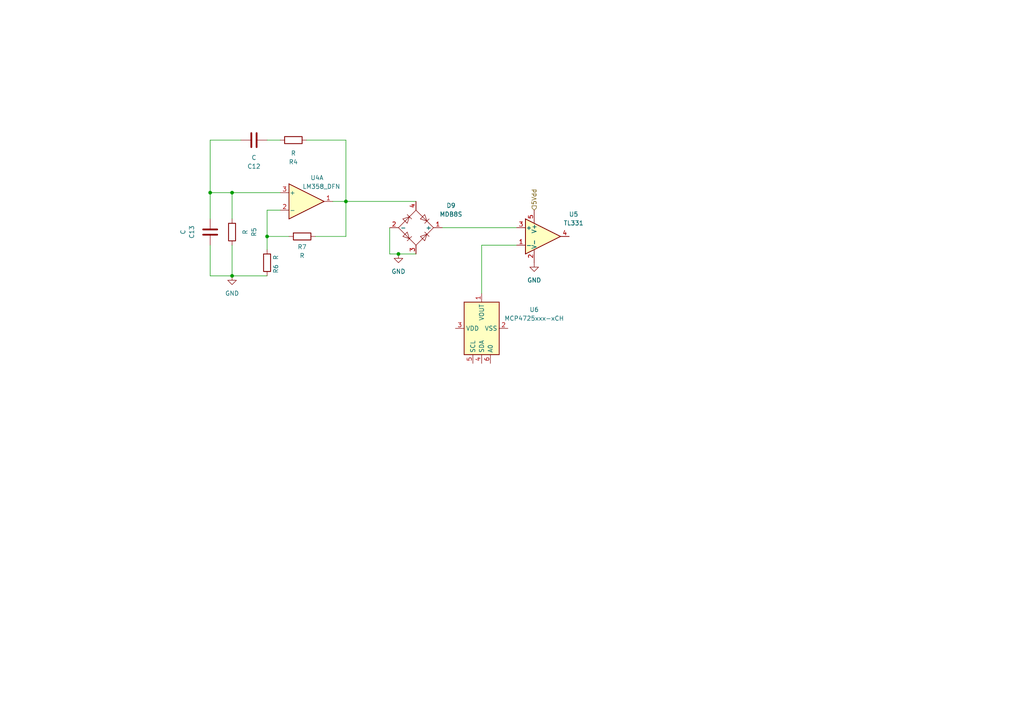
<source format=kicad_sch>
(kicad_sch (version 20250114) (generator "eeschema") (generator_version "9.0")
  (paper "A4")
  (lib_symbols
    (symbol "Amplifier_Operational:LM358_DFN" (pin_names (offset 0.127))
      (property "Reference" "U" (at 0 5.08 0))
      (property "Value" "LM358_DFN" (at 0 -5.08 0))
      (symbol "LM358_DFN_1_1"
        (polyline (pts (xy -5.08 5.08) (xy 5.08 0) (xy -5.08 -5.08) (xy -5.08 5.08)) (stroke (width 0.254)) (fill (type background)))
        (pin input line (at -7.62 2.54 0) (length 2.54) (name "+") (number "3"))
        (pin input line (at -7.62 -2.54 0) (length 2.54) (name "-") (number "2"))
        (pin output line (at 7.62 0 180) (length 2.54) (name "~") (number "1"))
      )
      (symbol "LM358_DFN_2_1"
        (polyline (pts (xy -5.08 5.08) (xy 5.08 0) (xy -5.08 -5.08) (xy -5.08 5.08)) (stroke (width 0.254)) (fill (type background)))
        (pin input line (at -7.62 2.54 0) (length 2.54) (name "+") (number "5"))
        (pin input line (at -7.62 -2.54 0) (length 2.54) (name "-") (number "6"))
        (pin output line (at 7.62 0 180) (length 2.54) (name "~") (number "7"))
      )
      (symbol "LM358_DFN_3_1"
        (pin power_in line (at -2.54 7.62 270) (length 3.81) (name "V+") (number "8"))
        (pin power_in line (at -2.54 -7.62 90) (length 3.81) (name "V-") (number "4"))
        (pin power_in line (at 0 -7.62 90) (length 5.08) (name "PAD") (number "9"))
      )
    )
    (symbol "Analog_DAC:MCP4725xxx-xCH"
      (property "Reference" "U" (at -6.35 6.35 0))
      (property "Value" "MCP4725xxx-xCH" (at 8.89 6.35 0))
      (symbol "MCP4725xxx-xCH_0_1"
        (rectangle (start -7.62 5.08) (end 7.62 -5.08) (stroke (width 0.254)) (fill (type background)))
      )
      (symbol "MCP4725xxx-xCH_1_1"
        (pin input line (at -10.16 2.54 0) (length 2.54) (name "SCL") (number "5"))
        (pin bidirectional line (at -10.16 0 0) (length 2.54) (name "SDA") (number "4"))
        (pin input line (at -10.16 -2.54 0) (length 2.54) (name "A0") (number "6"))
        (pin power_in line (at 0 7.62 270) (length 2.54) (name "VDD") (number "3"))
        (pin power_in line (at 0 -7.62 90) (length 2.54) (name "VSS") (number "2"))
        (pin output line (at 10.16 0 180) (length 2.54) (name "VOUT") (number "1"))
      )
    )
    (symbol "Comparator:TL331" (pin_names (offset 0.127))
      (property "Reference" "U" (at 1.27 5.08 0))
      (property "Value" "TL331" (at 3.81 -5.08 0))
      (symbol "TL331_0_1"
        (polyline (pts (xy -5.08 5.08) (xy 5.08 0) (xy -5.08 -5.08) (xy -5.08 5.08)) (stroke (width 0.254)) (fill (type background)))
      )
      (symbol "TL331_1_1"
        (pin input line (at -7.62 2.54 0) (length 2.54) (name "+") (number "3"))
        (pin input line (at -7.62 -2.54 0) (length 2.54) (name "-") (number "1"))
        (pin power_in line (at -2.54 7.62 270) (length 3.81) (name "V+") (number "5"))
        (pin power_in line (at -2.54 -7.62 90) (length 3.81) (name "V-") (number "2"))
        (pin open_collector line (at 7.62 0 180) (length 2.54) (name "~") (number "4"))
      )
    )
    (symbol "Device:C" (pin_numbers (hide yes)) (pin_names (offset 0.254))
      (property "Reference" "C" (at 0.635 2.54 0))
      (property "Value" "C" (at 0.635 -2.54 0))
      (symbol "C_0_1"
        (polyline (pts (xy -2.032 0.762) (xy 2.032 0.762)) (stroke (width 0.508)))
        (polyline (pts (xy -2.032 -0.762) (xy 2.032 -0.762)) (stroke (width 0.508)))
      )
      (symbol "C_1_1"
        (pin passive line (at 0 3.81 270) (length 2.794) (name "~") (number "1"))
        (pin passive line (at 0 -3.81 90) (length 2.794) (name "~") (number "2"))
      )
    )
    (symbol "Device:R" (pin_numbers (hide yes)) (pin_names (offset 0))
      (property "Reference" "R" (at 2.032 0 90))
      (property "Value" "R" (at 0 0 90))
      (symbol "R_0_1"
        (rectangle (start -1.016 -2.54) (end 1.016 2.54) (stroke (width 0.254)))
      )
      (symbol "R_1_1"
        (pin passive line (at 0 3.81 270) (length 1.27) (name "~") (number "1"))
        (pin passive line (at 0 -3.81 90) (length 1.27) (name "~") (number "2"))
      )
    )
    (symbol "Diode_Bridge:MDB8S"
      (property "Reference" "D" (at 3.81 6.35 0))
      (property "Value" "MDB8S" (at 6.35 3.81 0))
      (symbol "MDB8S_1_1"
        (polyline (pts (xy -5.08 0) (xy 0 -5.08) (xy 5.08 0) (xy 0 5.08) (xy -5.08 0)))
        (polyline (pts (xy -3.81 2.54) (xy -2.54 1.27) (xy -1.905 3.175) (xy -3.81 2.54)))
        (polyline (pts (xy -2.54 3.81) (xy -1.27 2.54)))
        (polyline (pts (xy -2.54 -1.27) (xy -3.81 -2.54) (xy -1.905 -3.175) (xy -2.54 -1.27)))
        (polyline (pts (xy -1.27 -2.54) (xy -2.54 -3.81)))
        (polyline (pts (xy 1.27 2.54) (xy 2.54 3.81) (xy 3.175 1.905) (xy 1.27 2.54)))
        (polyline (pts (xy 2.54 1.27) (xy 3.81 2.54)))
        (polyline (pts (xy 2.54 -1.27) (xy 3.81 -2.54)))
        (polyline (pts (xy 3.175 -1.905) (xy 1.27 -2.54) (xy 2.54 -3.81) (xy 3.175 -1.905)))
        (pin passive line (at -7.62 0 0) (length 2.54) (name "-") (number "2"))
        (pin passive line (at 0 7.62 270) (length 2.54) (name "~") (number "4"))
        (pin passive line (at 0 -7.62 90) (length 2.54) (name "~") (number "3"))
        (pin passive line (at 7.62 0 180) (length 2.54) (name "+") (number "1"))
      )
    )
    (symbol "power:GND" (power) (pin_numbers (hide yes)) (pin_names (offset 0) (hide yes))
      (property "Value" "GND" (at 0 -3.81 0))
      (symbol "GND_0_1"
        (polyline (pts (xy 0 0) (xy 0 -1.27) (xy 1.27 -1.27) (xy 0 -2.54) (xy -1.27 -1.27) (xy 0 -1.27)))
      )
      (symbol "GND_1_1"
        (pin power_in line (at 0 0 270) (length 0) (name "~") (number "1"))
      )
    )
  )
  (junction (at 60.96 55.88))
  (junction (at 115.57 73.66))
  (junction (at 100.33 58.42))
  (junction (at 77.47 68.58))
  (junction (at 67.31 55.88))
  (junction (at 67.31 80.01))
  (wire (pts (xy 60.96 40.64) (xy 69.85 40.64)))
  (wire (pts (xy 113.03 66.04) (xy 113.03 73.66)))
  (wire (pts (xy 115.57 73.66) (xy 120.65 73.66)))
  (wire (pts (xy 100.33 40.64) (xy 100.33 58.42)))
  (wire (pts (xy 60.96 40.64) (xy 60.96 55.88)))
  (wire (pts (xy 67.31 55.88) (xy 60.96 55.88)))
  (wire (pts (xy 139.7 71.12) (xy 149.86 71.12)))
  (wire (pts (xy 81.28 55.88) (xy 67.31 55.88)))
  (wire (pts (xy 88.9 40.64) (xy 100.33 40.64)))
  (wire (pts (xy 100.33 58.42) (xy 100.33 68.58)))
  (wire (pts (xy 81.28 60.96) (xy 77.47 60.96)))
  (wire (pts (xy 67.31 80.01) (xy 77.47 80.01)))
  (wire (pts (xy 77.47 68.58) (xy 77.47 72.39)))
  (wire (pts (xy 67.31 80.01) (xy 60.96 80.01)))
  (wire (pts (xy 113.03 73.66) (xy 115.57 73.66)))
  (wire (pts (xy 83.82 68.58) (xy 77.47 68.58)))
  (wire (pts (xy 60.96 71.12) (xy 60.96 80.01)))
  (wire (pts (xy 100.33 68.58) (xy 91.44 68.58)))
  (wire (pts (xy 60.96 55.88) (xy 60.96 63.5)))
  (wire (pts (xy 128.27 66.04) (xy 149.86 66.04)))
  (wire (pts (xy 77.47 40.64) (xy 81.28 40.64)))
  (wire (pts (xy 139.7 85.09) (xy 139.7 71.12)))
  (wire (pts (xy 77.47 60.96) (xy 77.47 68.58)))
  (wire (pts (xy 100.33 58.42) (xy 120.65 58.42)))
  (wire (pts (xy 67.31 55.88) (xy 67.31 63.5)))
  (wire (pts (xy 67.31 71.12) (xy 67.31 80.01)))
  (wire (pts (xy 100.33 58.42) (xy 96.52 58.42)))
  (hierarchical_label "5Vdd" (shape input) (at 154.94 60.96 90))
  (symbol (lib_id "Amplifier_Operational:LM358_DFN") (at 88.9 58.42 0) (unit 1)
    (property "Reference" "U4" (at 91.948 51.562 0))
    (property "Value" "LM358_DFN" (at 93.218 54.102 0))
    (property "Footprint" "Package_DFN_QFN:DFN-8-1EP_2x2mm_P0.5mm_EP1.05x1.75mm" (effects (hide yes)))
    (property "Datasheet" "www.st.com/resource/en/datasheet/lm358.pdf" (effects (hide yes)))
    (property "Description" "Low-Power, Dual Operational Amplifiers, DFN-8" (effects (hide yes)))
  )
  (symbol (lib_id "power:GND") (at 154.94 76.2 0) (unit 1)
    (property "Reference" "#PWR014" (effects (hide yes)))
    (property "Value" "GND" (at 154.94 81.28 0))
    (property "Description" "Power symbol creates a global label with name \"GND\" , ground" (effects (hide yes)))
  )
  (symbol (lib_id "Diode_Bridge:MDB8S") (at 120.65 66.04 0) (unit 1)
    (property "Reference" "D9" (at 130.81 59.6198 0))
    (property "Value" "MDB8S" (at 130.81 62.1598 0))
    (property "Footprint" "Package_SO:TSSOP-4_4.4x5mm_P4mm" (effects (hide yes)))
    (property "Datasheet" "https://www.onsemi.com/pub/Collateral/MDB8S-D.PDF" (effects (hide yes)))
    (property "Description" "Single-Phase Bridge Rectifier, 560V Vrms, 1A If, TSSOP-4" (effects (hide yes)))
  )
  (symbol (lib_id "Device:C") (at 73.66 40.64 270) (unit 1)
    (property "Reference" "C12" (at 73.66 48.26 90))
    (property "Value" "C" (at 73.66 45.72 90))
    (property "Description" "Unpolarized capacitor" (effects (hide yes)))
  )
  (symbol (lib_id "Device:R") (at 85.09 40.64 270) (unit 1)
    (property "Reference" "R4" (at 85.09 46.99 90))
    (property "Value" "R" (at 85.09 44.45 90))
    (property "Description" "Resistor" (effects (hide yes)))
  )
  (symbol (lib_id "Device:C") (at 60.96 67.31 0) (unit 1)
    (property "Reference" "C13" (at 55.626 67.31 90))
    (property "Value" "C" (at 53.086 67.31 90))
    (property "Description" "Unpolarized capacitor" (effects (hide yes)))
  )
  (symbol (lib_id "Analog_DAC:MCP4725xxx-xCH") (at 139.7 95.25 90) (unit 1)
    (property "Reference" "U6" (at 154.94 89.8046 90))
    (property "Value" "MCP4725xxx-xCH" (at 154.94 92.3446 90))
    (property "Footprint" "Package_TO_SOT_SMD:SOT-23-6" (effects (hide yes)))
    (property "Datasheet" "http://ww1.microchip.com/downloads/en/DeviceDoc/22039d.pdf" (effects (hide yes)))
    (property "Description" "12-bit Digital-to-Analog Converter, integrated EEPROM, I2C interface, SOT-23-6" (effects (hide yes)))
  )
  (symbol (lib_id "Comparator:TL331") (at 157.48 68.58 0) (unit 1)
    (property "Reference" "U5" (at 166.37 62.1598 0))
    (property "Value" "TL331" (at 166.37 64.6998 0))
    (property "Footprint" "Package_TO_SOT_SMD:SOT-23-5" (effects (hide yes)))
    (property "Datasheet" "http://www.ti.com/lit/ds/symlink/tl331.pdf" (effects (hide yes)))
    (property "Description" "Single Differential Comparator with Open-Collector Output, SOT-23-5" (effects (hide yes)))
  )
  (symbol (lib_id "Device:R") (at 87.63 68.58 90) (unit 1)
    (property "Reference" "R7" (at 87.63 71.628 90))
    (property "Value" "R" (at 87.63 74.168 90))
    (property "Description" "Resistor" (effects (hide yes)))
  )
  (symbol (lib_id "power:GND") (at 67.31 80.01 0) (unit 1)
    (property "Reference" "#PWR012" (effects (hide yes)))
    (property "Value" "GND" (at 67.31 85.09 0))
    (property "Description" "Power symbol creates a global label with name \"GND\" , ground" (effects (hide yes)))
  )
  (symbol (lib_id "power:GND") (at 115.57 73.66 0) (unit 1)
    (property "Reference" "#PWR013" (effects (hide yes)))
    (property "Value" "GND" (at 115.57 78.74 0))
    (property "Description" "Power symbol creates a global label with name \"GND\" , ground" (effects (hide yes)))
  )
  (symbol (lib_id "Device:R") (at 77.47 76.2 0) (unit 1)
    (property "Reference" "R6" (at 80.01 77.978 90))
    (property "Value" "R" (at 80.01 74.676 90))
    (property "Description" "Resistor" (effects (hide yes)))
  )
  (symbol (lib_id "Device:R") (at 67.31 67.31 0) (unit 1)
    (property "Reference" "R5" (at 73.66 67.31 90))
    (property "Value" "R" (at 71.12 67.31 90))
    (property "Description" "Resistor" (effects (hide yes)))
  )
)
</source>
